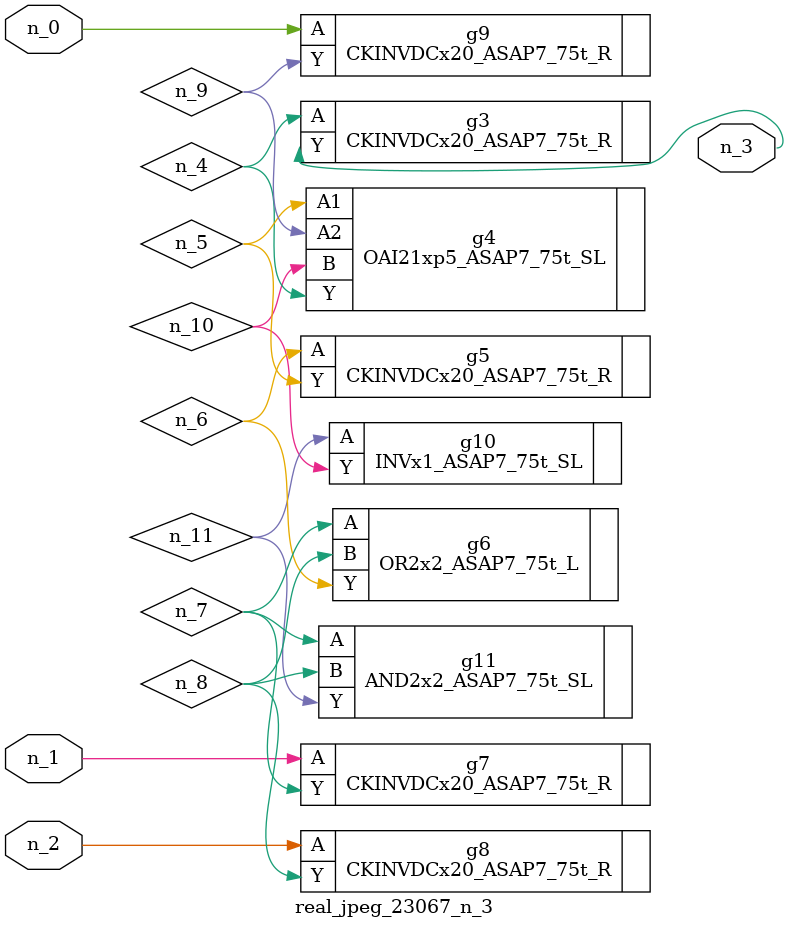
<source format=v>
module real_jpeg_23067_n_3 (n_1, n_0, n_2, n_3);

input n_1;
input n_0;
input n_2;

output n_3;

wire n_5;
wire n_4;
wire n_8;
wire n_11;
wire n_6;
wire n_7;
wire n_10;
wire n_9;

CKINVDCx20_ASAP7_75t_R g9 ( 
.A(n_0),
.Y(n_9)
);

CKINVDCx20_ASAP7_75t_R g7 ( 
.A(n_1),
.Y(n_7)
);

CKINVDCx20_ASAP7_75t_R g8 ( 
.A(n_2),
.Y(n_8)
);

CKINVDCx20_ASAP7_75t_R g3 ( 
.A(n_4),
.Y(n_3)
);

OAI21xp5_ASAP7_75t_SL g4 ( 
.A1(n_5),
.A2(n_9),
.B(n_10),
.Y(n_4)
);

CKINVDCx20_ASAP7_75t_R g5 ( 
.A(n_6),
.Y(n_5)
);

OR2x2_ASAP7_75t_L g6 ( 
.A(n_7),
.B(n_8),
.Y(n_6)
);

AND2x2_ASAP7_75t_SL g11 ( 
.A(n_7),
.B(n_8),
.Y(n_11)
);

INVx1_ASAP7_75t_SL g10 ( 
.A(n_11),
.Y(n_10)
);


endmodule
</source>
